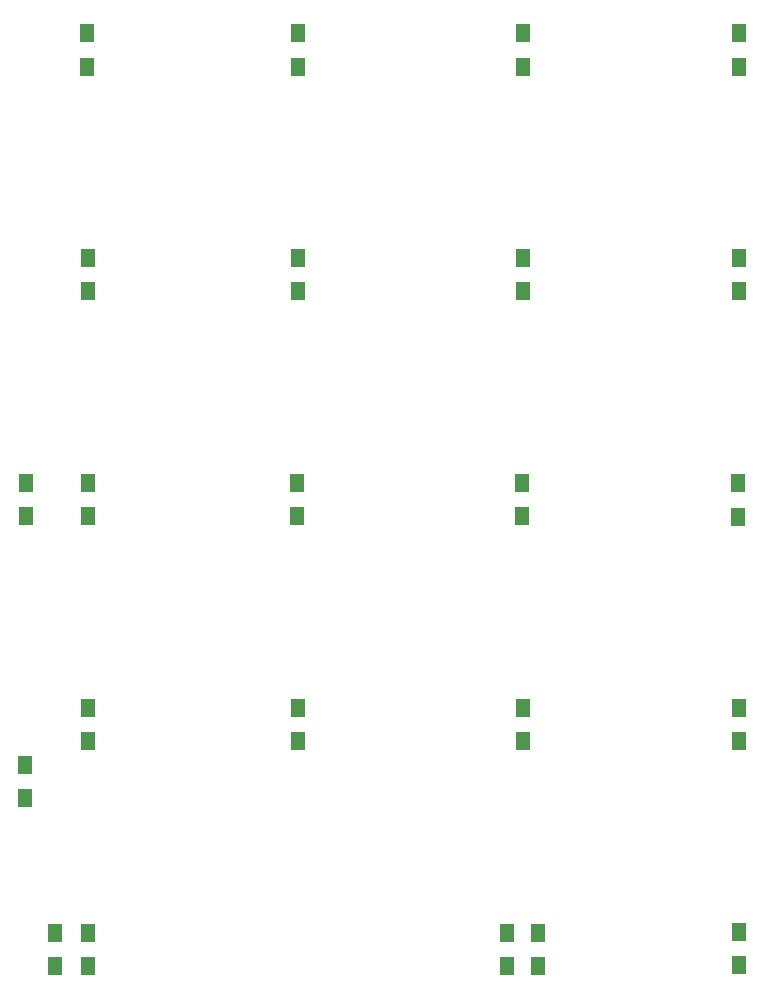
<source format=gtp>
G04 #@! TF.GenerationSoftware,KiCad,Pcbnew,5.99.0+really5.1.10+dfsg1-1*
G04 #@! TF.CreationDate,2021-05-18T01:02:47-04:00*
G04 #@! TF.ProjectId,numpad_0,6e756d70-6164-45f3-902e-6b696361645f,rev?*
G04 #@! TF.SameCoordinates,Original*
G04 #@! TF.FileFunction,Paste,Top*
G04 #@! TF.FilePolarity,Positive*
%FSLAX46Y46*%
G04 Gerber Fmt 4.6, Leading zero omitted, Abs format (unit mm)*
G04 Created by KiCad (PCBNEW 5.99.0+really5.1.10+dfsg1-1) date 2021-05-18 01:02:47*
%MOMM*%
%LPD*%
G01*
G04 APERTURE LIST*
%ADD10R,1.200000X1.600000*%
G04 APERTURE END LIST*
D10*
X18097500Y-73974500D03*
X18097500Y-76774500D03*
X18161000Y-50095500D03*
X18161000Y-52895500D03*
X78486000Y-88135000D03*
X78486000Y-90935000D03*
X61531500Y-88198500D03*
X61531500Y-90998500D03*
X58864500Y-88198500D03*
X58864500Y-90998500D03*
X23368000Y-88198500D03*
X23368000Y-90998500D03*
X20574000Y-88198500D03*
X20574000Y-90998500D03*
X78486000Y-69148500D03*
X78486000Y-71948500D03*
X78460600Y-50162000D03*
X78460600Y-52962000D03*
X78486000Y-31048500D03*
X78486000Y-33848500D03*
X78486000Y-12062000D03*
X78486000Y-14862000D03*
X60198000Y-69148500D03*
X60198000Y-71948500D03*
X60172600Y-50098500D03*
X60172600Y-52898500D03*
X60198000Y-31048500D03*
X60198000Y-33848500D03*
X60198000Y-12062000D03*
X60198000Y-14862000D03*
X41148000Y-69148500D03*
X41148000Y-71948500D03*
X41122600Y-50098500D03*
X41122600Y-52898500D03*
X41148000Y-31048500D03*
X41148000Y-33848500D03*
X41148000Y-12062000D03*
X41148000Y-14862000D03*
X23368000Y-69148500D03*
X23368000Y-71948500D03*
X23368000Y-50098500D03*
X23368000Y-52898500D03*
X23368000Y-31048500D03*
X23368000Y-33848500D03*
X23304500Y-12062000D03*
X23304500Y-14862000D03*
M02*

</source>
